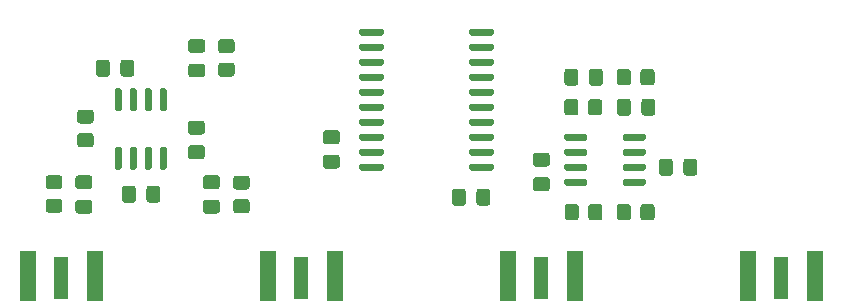
<source format=gbr>
%TF.GenerationSoftware,KiCad,Pcbnew,(5.1.9)-1*%
%TF.CreationDate,2021-05-02T14:53:51-04:00*%
%TF.ProjectId,openEPR_Lock-In,6f70656e-4550-4525-9f4c-6f636b2d496e,rev?*%
%TF.SameCoordinates,Original*%
%TF.FileFunction,Paste,Top*%
%TF.FilePolarity,Positive*%
%FSLAX46Y46*%
G04 Gerber Fmt 4.6, Leading zero omitted, Abs format (unit mm)*
G04 Created by KiCad (PCBNEW (5.1.9)-1) date 2021-05-02 14:53:51*
%MOMM*%
%LPD*%
G01*
G04 APERTURE LIST*
%ADD10R,1.350000X4.200000*%
%ADD11R,1.270000X3.600000*%
G04 APERTURE END LIST*
%TO.C,R7*%
G36*
G01*
X88992000Y-78289999D02*
X88992000Y-79190001D01*
G75*
G02*
X88742001Y-79440000I-249999J0D01*
G01*
X88041999Y-79440000D01*
G75*
G02*
X87792000Y-79190001I0J249999D01*
G01*
X87792000Y-78289999D01*
G75*
G02*
X88041999Y-78040000I249999J0D01*
G01*
X88742001Y-78040000D01*
G75*
G02*
X88992000Y-78289999I0J-249999D01*
G01*
G37*
G36*
G01*
X86992000Y-78289999D02*
X86992000Y-79190001D01*
G75*
G02*
X86742001Y-79440000I-249999J0D01*
G01*
X86041999Y-79440000D01*
G75*
G02*
X85792000Y-79190001I0J249999D01*
G01*
X85792000Y-78289999D01*
G75*
G02*
X86041999Y-78040000I249999J0D01*
G01*
X86742001Y-78040000D01*
G75*
G02*
X86992000Y-78289999I0J-249999D01*
G01*
G37*
%TD*%
%TO.C,C1*%
G36*
G01*
X44610000Y-75612500D02*
X45560000Y-75612500D01*
G75*
G02*
X45810000Y-75862500I0J-250000D01*
G01*
X45810000Y-76537500D01*
G75*
G02*
X45560000Y-76787500I-250000J0D01*
G01*
X44610000Y-76787500D01*
G75*
G02*
X44360000Y-76537500I0J250000D01*
G01*
X44360000Y-75862500D01*
G75*
G02*
X44610000Y-75612500I250000J0D01*
G01*
G37*
G36*
G01*
X44610000Y-77687500D02*
X45560000Y-77687500D01*
G75*
G02*
X45810000Y-77937500I0J-250000D01*
G01*
X45810000Y-78612500D01*
G75*
G02*
X45560000Y-78862500I-250000J0D01*
G01*
X44610000Y-78862500D01*
G75*
G02*
X44360000Y-78612500I0J250000D01*
G01*
X44360000Y-77937500D01*
G75*
G02*
X44610000Y-77687500I250000J0D01*
G01*
G37*
%TD*%
%TO.C,C2*%
G36*
G01*
X49482500Y-76741000D02*
X49482500Y-77691000D01*
G75*
G02*
X49232500Y-77941000I-250000J0D01*
G01*
X48557500Y-77941000D01*
G75*
G02*
X48307500Y-77691000I0J250000D01*
G01*
X48307500Y-76741000D01*
G75*
G02*
X48557500Y-76491000I250000J0D01*
G01*
X49232500Y-76491000D01*
G75*
G02*
X49482500Y-76741000I0J-250000D01*
G01*
G37*
G36*
G01*
X51557500Y-76741000D02*
X51557500Y-77691000D01*
G75*
G02*
X51307500Y-77941000I-250000J0D01*
G01*
X50632500Y-77941000D01*
G75*
G02*
X50382500Y-77691000I0J250000D01*
G01*
X50382500Y-76741000D01*
G75*
G02*
X50632500Y-76491000I250000J0D01*
G01*
X51307500Y-76491000D01*
G75*
G02*
X51557500Y-76741000I0J-250000D01*
G01*
G37*
%TD*%
%TO.C,C3*%
G36*
G01*
X56355000Y-76787500D02*
X55405000Y-76787500D01*
G75*
G02*
X55155000Y-76537500I0J250000D01*
G01*
X55155000Y-75862500D01*
G75*
G02*
X55405000Y-75612500I250000J0D01*
G01*
X56355000Y-75612500D01*
G75*
G02*
X56605000Y-75862500I0J-250000D01*
G01*
X56605000Y-76537500D01*
G75*
G02*
X56355000Y-76787500I-250000J0D01*
G01*
G37*
G36*
G01*
X56355000Y-78862500D02*
X55405000Y-78862500D01*
G75*
G02*
X55155000Y-78612500I0J250000D01*
G01*
X55155000Y-77937500D01*
G75*
G02*
X55405000Y-77687500I250000J0D01*
G01*
X56355000Y-77687500D01*
G75*
G02*
X56605000Y-77937500I0J-250000D01*
G01*
X56605000Y-78612500D01*
G75*
G02*
X56355000Y-78862500I-250000J0D01*
G01*
G37*
%TD*%
%TO.C,C4*%
G36*
G01*
X93467500Y-69375000D02*
X93467500Y-70325000D01*
G75*
G02*
X93217500Y-70575000I-250000J0D01*
G01*
X92542500Y-70575000D01*
G75*
G02*
X92292500Y-70325000I0J250000D01*
G01*
X92292500Y-69375000D01*
G75*
G02*
X92542500Y-69125000I250000J0D01*
G01*
X93217500Y-69125000D01*
G75*
G02*
X93467500Y-69375000I0J-250000D01*
G01*
G37*
G36*
G01*
X91392500Y-69375000D02*
X91392500Y-70325000D01*
G75*
G02*
X91142500Y-70575000I-250000J0D01*
G01*
X90467500Y-70575000D01*
G75*
G02*
X90217500Y-70325000I0J250000D01*
G01*
X90217500Y-69375000D01*
G75*
G02*
X90467500Y-69125000I250000J0D01*
G01*
X91142500Y-69125000D01*
G75*
G02*
X91392500Y-69375000I0J-250000D01*
G01*
G37*
%TD*%
%TO.C,C5*%
G36*
G01*
X54160400Y-64080900D02*
X55110400Y-64080900D01*
G75*
G02*
X55360400Y-64330900I0J-250000D01*
G01*
X55360400Y-65005900D01*
G75*
G02*
X55110400Y-65255900I-250000J0D01*
G01*
X54160400Y-65255900D01*
G75*
G02*
X53910400Y-65005900I0J250000D01*
G01*
X53910400Y-64330900D01*
G75*
G02*
X54160400Y-64080900I250000J0D01*
G01*
G37*
G36*
G01*
X54160400Y-66155900D02*
X55110400Y-66155900D01*
G75*
G02*
X55360400Y-66405900I0J-250000D01*
G01*
X55360400Y-67080900D01*
G75*
G02*
X55110400Y-67330900I-250000J0D01*
G01*
X54160400Y-67330900D01*
G75*
G02*
X53910400Y-67080900I0J250000D01*
G01*
X53910400Y-66405900D01*
G75*
G02*
X54160400Y-66155900I250000J0D01*
G01*
G37*
%TD*%
%TO.C,C6*%
G36*
G01*
X86947500Y-66835000D02*
X86947500Y-67785000D01*
G75*
G02*
X86697500Y-68035000I-250000J0D01*
G01*
X86022500Y-68035000D01*
G75*
G02*
X85772500Y-67785000I0J250000D01*
G01*
X85772500Y-66835000D01*
G75*
G02*
X86022500Y-66585000I250000J0D01*
G01*
X86697500Y-66585000D01*
G75*
G02*
X86947500Y-66835000I0J-250000D01*
G01*
G37*
G36*
G01*
X89022500Y-66835000D02*
X89022500Y-67785000D01*
G75*
G02*
X88772500Y-68035000I-250000J0D01*
G01*
X88097500Y-68035000D01*
G75*
G02*
X87847500Y-67785000I0J250000D01*
G01*
X87847500Y-66835000D01*
G75*
G02*
X88097500Y-66585000I250000J0D01*
G01*
X88772500Y-66585000D01*
G75*
G02*
X89022500Y-66835000I0J-250000D01*
G01*
G37*
%TD*%
%TO.C,C8*%
G36*
G01*
X49355500Y-66073000D02*
X49355500Y-67023000D01*
G75*
G02*
X49105500Y-67273000I-250000J0D01*
G01*
X48430500Y-67273000D01*
G75*
G02*
X48180500Y-67023000I0J250000D01*
G01*
X48180500Y-66073000D01*
G75*
G02*
X48430500Y-65823000I250000J0D01*
G01*
X49105500Y-65823000D01*
G75*
G02*
X49355500Y-66073000I0J-250000D01*
G01*
G37*
G36*
G01*
X47280500Y-66073000D02*
X47280500Y-67023000D01*
G75*
G02*
X47030500Y-67273000I-250000J0D01*
G01*
X46355500Y-67273000D01*
G75*
G02*
X46105500Y-67023000I0J250000D01*
G01*
X46105500Y-66073000D01*
G75*
G02*
X46355500Y-65823000I250000J0D01*
G01*
X47030500Y-65823000D01*
G75*
G02*
X47280500Y-66073000I0J-250000D01*
G01*
G37*
%TD*%
%TO.C,C10*%
G36*
G01*
X95848500Y-75405000D02*
X95848500Y-74455000D01*
G75*
G02*
X96098500Y-74205000I250000J0D01*
G01*
X96773500Y-74205000D01*
G75*
G02*
X97023500Y-74455000I0J-250000D01*
G01*
X97023500Y-75405000D01*
G75*
G02*
X96773500Y-75655000I-250000J0D01*
G01*
X96098500Y-75655000D01*
G75*
G02*
X95848500Y-75405000I0J250000D01*
G01*
G37*
G36*
G01*
X93773500Y-75405000D02*
X93773500Y-74455000D01*
G75*
G02*
X94023500Y-74205000I250000J0D01*
G01*
X94698500Y-74205000D01*
G75*
G02*
X94948500Y-74455000I0J-250000D01*
G01*
X94948500Y-75405000D01*
G75*
G02*
X94698500Y-75655000I-250000J0D01*
G01*
X94023500Y-75655000D01*
G75*
G02*
X93773500Y-75405000I0J250000D01*
G01*
G37*
%TD*%
%TO.C,C12*%
G36*
G01*
X79497500Y-76995000D02*
X79497500Y-77945000D01*
G75*
G02*
X79247500Y-78195000I-250000J0D01*
G01*
X78572500Y-78195000D01*
G75*
G02*
X78322500Y-77945000I0J250000D01*
G01*
X78322500Y-76995000D01*
G75*
G02*
X78572500Y-76745000I250000J0D01*
G01*
X79247500Y-76745000D01*
G75*
G02*
X79497500Y-76995000I0J-250000D01*
G01*
G37*
G36*
G01*
X77422500Y-76995000D02*
X77422500Y-77945000D01*
G75*
G02*
X77172500Y-78195000I-250000J0D01*
G01*
X76497500Y-78195000D01*
G75*
G02*
X76247500Y-77945000I0J250000D01*
G01*
X76247500Y-76995000D01*
G75*
G02*
X76497500Y-76745000I250000J0D01*
G01*
X77172500Y-76745000D01*
G75*
G02*
X77422500Y-76995000I0J-250000D01*
G01*
G37*
%TD*%
D10*
%TO.C,J1*%
X60675000Y-84128000D03*
X66325000Y-84128000D03*
D11*
X63500000Y-84328000D03*
%TD*%
%TO.C,J2*%
X43180000Y-84328000D03*
D10*
X46005000Y-84128000D03*
X40355000Y-84128000D03*
%TD*%
%TO.C,J3*%
X101315000Y-84128000D03*
X106965000Y-84128000D03*
D11*
X104140000Y-84328000D03*
%TD*%
%TO.C,R1*%
G36*
G01*
X42094999Y-75600000D02*
X42995001Y-75600000D01*
G75*
G02*
X43245000Y-75849999I0J-249999D01*
G01*
X43245000Y-76550001D01*
G75*
G02*
X42995001Y-76800000I-249999J0D01*
G01*
X42094999Y-76800000D01*
G75*
G02*
X41845000Y-76550001I0J249999D01*
G01*
X41845000Y-75849999D01*
G75*
G02*
X42094999Y-75600000I249999J0D01*
G01*
G37*
G36*
G01*
X42094999Y-77600000D02*
X42995001Y-77600000D01*
G75*
G02*
X43245000Y-77849999I0J-249999D01*
G01*
X43245000Y-78550001D01*
G75*
G02*
X42995001Y-78800000I-249999J0D01*
G01*
X42094999Y-78800000D01*
G75*
G02*
X41845000Y-78550001I0J249999D01*
G01*
X41845000Y-77849999D01*
G75*
G02*
X42094999Y-77600000I249999J0D01*
G01*
G37*
%TD*%
%TO.C,R2*%
G36*
G01*
X57969999Y-77632000D02*
X58870001Y-77632000D01*
G75*
G02*
X59120000Y-77881999I0J-249999D01*
G01*
X59120000Y-78582001D01*
G75*
G02*
X58870001Y-78832000I-249999J0D01*
G01*
X57969999Y-78832000D01*
G75*
G02*
X57720000Y-78582001I0J249999D01*
G01*
X57720000Y-77881999D01*
G75*
G02*
X57969999Y-77632000I249999J0D01*
G01*
G37*
G36*
G01*
X57969999Y-75632000D02*
X58870001Y-75632000D01*
G75*
G02*
X59120000Y-75881999I0J-249999D01*
G01*
X59120000Y-76582001D01*
G75*
G02*
X58870001Y-76832000I-249999J0D01*
G01*
X57969999Y-76832000D01*
G75*
G02*
X57720000Y-76582001I0J249999D01*
G01*
X57720000Y-75881999D01*
G75*
G02*
X57969999Y-75632000I249999J0D01*
G01*
G37*
%TD*%
%TO.C,R3*%
G36*
G01*
X44761999Y-72044000D02*
X45662001Y-72044000D01*
G75*
G02*
X45912000Y-72293999I0J-249999D01*
G01*
X45912000Y-72994001D01*
G75*
G02*
X45662001Y-73244000I-249999J0D01*
G01*
X44761999Y-73244000D01*
G75*
G02*
X44512000Y-72994001I0J249999D01*
G01*
X44512000Y-72293999D01*
G75*
G02*
X44761999Y-72044000I249999J0D01*
G01*
G37*
G36*
G01*
X44761999Y-70044000D02*
X45662001Y-70044000D01*
G75*
G02*
X45912000Y-70293999I0J-249999D01*
G01*
X45912000Y-70994001D01*
G75*
G02*
X45662001Y-71244000I-249999J0D01*
G01*
X44761999Y-71244000D01*
G75*
G02*
X44512000Y-70994001I0J249999D01*
G01*
X44512000Y-70293999D01*
G75*
G02*
X44761999Y-70044000I249999J0D01*
G01*
G37*
%TD*%
%TO.C,R4*%
G36*
G01*
X91405000Y-66859999D02*
X91405000Y-67760001D01*
G75*
G02*
X91155001Y-68010000I-249999J0D01*
G01*
X90454999Y-68010000D01*
G75*
G02*
X90205000Y-67760001I0J249999D01*
G01*
X90205000Y-66859999D01*
G75*
G02*
X90454999Y-66610000I249999J0D01*
G01*
X91155001Y-66610000D01*
G75*
G02*
X91405000Y-66859999I0J-249999D01*
G01*
G37*
G36*
G01*
X93405000Y-66859999D02*
X93405000Y-67760001D01*
G75*
G02*
X93155001Y-68010000I-249999J0D01*
G01*
X92454999Y-68010000D01*
G75*
G02*
X92205000Y-67760001I0J249999D01*
G01*
X92205000Y-66859999D01*
G75*
G02*
X92454999Y-66610000I249999J0D01*
G01*
X93155001Y-66610000D01*
G75*
G02*
X93405000Y-66859999I0J-249999D01*
G01*
G37*
%TD*%
%TO.C,R5*%
G36*
G01*
X88960000Y-69399999D02*
X88960000Y-70300001D01*
G75*
G02*
X88710001Y-70550000I-249999J0D01*
G01*
X88009999Y-70550000D01*
G75*
G02*
X87760000Y-70300001I0J249999D01*
G01*
X87760000Y-69399999D01*
G75*
G02*
X88009999Y-69150000I249999J0D01*
G01*
X88710001Y-69150000D01*
G75*
G02*
X88960000Y-69399999I0J-249999D01*
G01*
G37*
G36*
G01*
X86960000Y-69399999D02*
X86960000Y-70300001D01*
G75*
G02*
X86710001Y-70550000I-249999J0D01*
G01*
X86009999Y-70550000D01*
G75*
G02*
X85760000Y-70300001I0J249999D01*
G01*
X85760000Y-69399999D01*
G75*
G02*
X86009999Y-69150000I249999J0D01*
G01*
X86710001Y-69150000D01*
G75*
G02*
X86960000Y-69399999I0J-249999D01*
G01*
G37*
%TD*%
%TO.C,R6*%
G36*
G01*
X57600001Y-67275000D02*
X56699999Y-67275000D01*
G75*
G02*
X56450000Y-67025001I0J249999D01*
G01*
X56450000Y-66324999D01*
G75*
G02*
X56699999Y-66075000I249999J0D01*
G01*
X57600001Y-66075000D01*
G75*
G02*
X57850000Y-66324999I0J-249999D01*
G01*
X57850000Y-67025001D01*
G75*
G02*
X57600001Y-67275000I-249999J0D01*
G01*
G37*
G36*
G01*
X57600001Y-65275000D02*
X56699999Y-65275000D01*
G75*
G02*
X56450000Y-65025001I0J249999D01*
G01*
X56450000Y-64324999D01*
G75*
G02*
X56699999Y-64075000I249999J0D01*
G01*
X57600001Y-64075000D01*
G75*
G02*
X57850000Y-64324999I0J-249999D01*
G01*
X57850000Y-65025001D01*
G75*
G02*
X57600001Y-65275000I-249999J0D01*
G01*
G37*
%TD*%
%TO.C,U1*%
G36*
G01*
X90716000Y-72540000D02*
X90716000Y-72240000D01*
G75*
G02*
X90866000Y-72090000I150000J0D01*
G01*
X92516000Y-72090000D01*
G75*
G02*
X92666000Y-72240000I0J-150000D01*
G01*
X92666000Y-72540000D01*
G75*
G02*
X92516000Y-72690000I-150000J0D01*
G01*
X90866000Y-72690000D01*
G75*
G02*
X90716000Y-72540000I0J150000D01*
G01*
G37*
G36*
G01*
X90716000Y-73810000D02*
X90716000Y-73510000D01*
G75*
G02*
X90866000Y-73360000I150000J0D01*
G01*
X92516000Y-73360000D01*
G75*
G02*
X92666000Y-73510000I0J-150000D01*
G01*
X92666000Y-73810000D01*
G75*
G02*
X92516000Y-73960000I-150000J0D01*
G01*
X90866000Y-73960000D01*
G75*
G02*
X90716000Y-73810000I0J150000D01*
G01*
G37*
G36*
G01*
X90716000Y-75080000D02*
X90716000Y-74780000D01*
G75*
G02*
X90866000Y-74630000I150000J0D01*
G01*
X92516000Y-74630000D01*
G75*
G02*
X92666000Y-74780000I0J-150000D01*
G01*
X92666000Y-75080000D01*
G75*
G02*
X92516000Y-75230000I-150000J0D01*
G01*
X90866000Y-75230000D01*
G75*
G02*
X90716000Y-75080000I0J150000D01*
G01*
G37*
G36*
G01*
X90716000Y-76350000D02*
X90716000Y-76050000D01*
G75*
G02*
X90866000Y-75900000I150000J0D01*
G01*
X92516000Y-75900000D01*
G75*
G02*
X92666000Y-76050000I0J-150000D01*
G01*
X92666000Y-76350000D01*
G75*
G02*
X92516000Y-76500000I-150000J0D01*
G01*
X90866000Y-76500000D01*
G75*
G02*
X90716000Y-76350000I0J150000D01*
G01*
G37*
G36*
G01*
X85766000Y-76350000D02*
X85766000Y-76050000D01*
G75*
G02*
X85916000Y-75900000I150000J0D01*
G01*
X87566000Y-75900000D01*
G75*
G02*
X87716000Y-76050000I0J-150000D01*
G01*
X87716000Y-76350000D01*
G75*
G02*
X87566000Y-76500000I-150000J0D01*
G01*
X85916000Y-76500000D01*
G75*
G02*
X85766000Y-76350000I0J150000D01*
G01*
G37*
G36*
G01*
X85766000Y-75080000D02*
X85766000Y-74780000D01*
G75*
G02*
X85916000Y-74630000I150000J0D01*
G01*
X87566000Y-74630000D01*
G75*
G02*
X87716000Y-74780000I0J-150000D01*
G01*
X87716000Y-75080000D01*
G75*
G02*
X87566000Y-75230000I-150000J0D01*
G01*
X85916000Y-75230000D01*
G75*
G02*
X85766000Y-75080000I0J150000D01*
G01*
G37*
G36*
G01*
X85766000Y-73810000D02*
X85766000Y-73510000D01*
G75*
G02*
X85916000Y-73360000I150000J0D01*
G01*
X87566000Y-73360000D01*
G75*
G02*
X87716000Y-73510000I0J-150000D01*
G01*
X87716000Y-73810000D01*
G75*
G02*
X87566000Y-73960000I-150000J0D01*
G01*
X85916000Y-73960000D01*
G75*
G02*
X85766000Y-73810000I0J150000D01*
G01*
G37*
G36*
G01*
X85766000Y-72540000D02*
X85766000Y-72240000D01*
G75*
G02*
X85916000Y-72090000I150000J0D01*
G01*
X87566000Y-72090000D01*
G75*
G02*
X87716000Y-72240000I0J-150000D01*
G01*
X87716000Y-72540000D01*
G75*
G02*
X87566000Y-72690000I-150000J0D01*
G01*
X85916000Y-72690000D01*
G75*
G02*
X85766000Y-72540000I0J150000D01*
G01*
G37*
%TD*%
%TO.C,U2*%
G36*
G01*
X48156000Y-75143000D02*
X47856000Y-75143000D01*
G75*
G02*
X47706000Y-74993000I0J150000D01*
G01*
X47706000Y-73343000D01*
G75*
G02*
X47856000Y-73193000I150000J0D01*
G01*
X48156000Y-73193000D01*
G75*
G02*
X48306000Y-73343000I0J-150000D01*
G01*
X48306000Y-74993000D01*
G75*
G02*
X48156000Y-75143000I-150000J0D01*
G01*
G37*
G36*
G01*
X49426000Y-75143000D02*
X49126000Y-75143000D01*
G75*
G02*
X48976000Y-74993000I0J150000D01*
G01*
X48976000Y-73343000D01*
G75*
G02*
X49126000Y-73193000I150000J0D01*
G01*
X49426000Y-73193000D01*
G75*
G02*
X49576000Y-73343000I0J-150000D01*
G01*
X49576000Y-74993000D01*
G75*
G02*
X49426000Y-75143000I-150000J0D01*
G01*
G37*
G36*
G01*
X50696000Y-75143000D02*
X50396000Y-75143000D01*
G75*
G02*
X50246000Y-74993000I0J150000D01*
G01*
X50246000Y-73343000D01*
G75*
G02*
X50396000Y-73193000I150000J0D01*
G01*
X50696000Y-73193000D01*
G75*
G02*
X50846000Y-73343000I0J-150000D01*
G01*
X50846000Y-74993000D01*
G75*
G02*
X50696000Y-75143000I-150000J0D01*
G01*
G37*
G36*
G01*
X51966000Y-75143000D02*
X51666000Y-75143000D01*
G75*
G02*
X51516000Y-74993000I0J150000D01*
G01*
X51516000Y-73343000D01*
G75*
G02*
X51666000Y-73193000I150000J0D01*
G01*
X51966000Y-73193000D01*
G75*
G02*
X52116000Y-73343000I0J-150000D01*
G01*
X52116000Y-74993000D01*
G75*
G02*
X51966000Y-75143000I-150000J0D01*
G01*
G37*
G36*
G01*
X51966000Y-70193000D02*
X51666000Y-70193000D01*
G75*
G02*
X51516000Y-70043000I0J150000D01*
G01*
X51516000Y-68393000D01*
G75*
G02*
X51666000Y-68243000I150000J0D01*
G01*
X51966000Y-68243000D01*
G75*
G02*
X52116000Y-68393000I0J-150000D01*
G01*
X52116000Y-70043000D01*
G75*
G02*
X51966000Y-70193000I-150000J0D01*
G01*
G37*
G36*
G01*
X50696000Y-70193000D02*
X50396000Y-70193000D01*
G75*
G02*
X50246000Y-70043000I0J150000D01*
G01*
X50246000Y-68393000D01*
G75*
G02*
X50396000Y-68243000I150000J0D01*
G01*
X50696000Y-68243000D01*
G75*
G02*
X50846000Y-68393000I0J-150000D01*
G01*
X50846000Y-70043000D01*
G75*
G02*
X50696000Y-70193000I-150000J0D01*
G01*
G37*
G36*
G01*
X49426000Y-70193000D02*
X49126000Y-70193000D01*
G75*
G02*
X48976000Y-70043000I0J150000D01*
G01*
X48976000Y-68393000D01*
G75*
G02*
X49126000Y-68243000I150000J0D01*
G01*
X49426000Y-68243000D01*
G75*
G02*
X49576000Y-68393000I0J-150000D01*
G01*
X49576000Y-70043000D01*
G75*
G02*
X49426000Y-70193000I-150000J0D01*
G01*
G37*
G36*
G01*
X48156000Y-70193000D02*
X47856000Y-70193000D01*
G75*
G02*
X47706000Y-70043000I0J150000D01*
G01*
X47706000Y-68393000D01*
G75*
G02*
X47856000Y-68243000I150000J0D01*
G01*
X48156000Y-68243000D01*
G75*
G02*
X48306000Y-68393000I0J-150000D01*
G01*
X48306000Y-70043000D01*
G75*
G02*
X48156000Y-70193000I-150000J0D01*
G01*
G37*
%TD*%
%TO.C,U3*%
G36*
G01*
X68415000Y-63650000D02*
X68415000Y-63350000D01*
G75*
G02*
X68565000Y-63200000I150000J0D01*
G01*
X70315000Y-63200000D01*
G75*
G02*
X70465000Y-63350000I0J-150000D01*
G01*
X70465000Y-63650000D01*
G75*
G02*
X70315000Y-63800000I-150000J0D01*
G01*
X68565000Y-63800000D01*
G75*
G02*
X68415000Y-63650000I0J150000D01*
G01*
G37*
G36*
G01*
X68415000Y-64920000D02*
X68415000Y-64620000D01*
G75*
G02*
X68565000Y-64470000I150000J0D01*
G01*
X70315000Y-64470000D01*
G75*
G02*
X70465000Y-64620000I0J-150000D01*
G01*
X70465000Y-64920000D01*
G75*
G02*
X70315000Y-65070000I-150000J0D01*
G01*
X68565000Y-65070000D01*
G75*
G02*
X68415000Y-64920000I0J150000D01*
G01*
G37*
G36*
G01*
X68415000Y-66190000D02*
X68415000Y-65890000D01*
G75*
G02*
X68565000Y-65740000I150000J0D01*
G01*
X70315000Y-65740000D01*
G75*
G02*
X70465000Y-65890000I0J-150000D01*
G01*
X70465000Y-66190000D01*
G75*
G02*
X70315000Y-66340000I-150000J0D01*
G01*
X68565000Y-66340000D01*
G75*
G02*
X68415000Y-66190000I0J150000D01*
G01*
G37*
G36*
G01*
X68415000Y-67460000D02*
X68415000Y-67160000D01*
G75*
G02*
X68565000Y-67010000I150000J0D01*
G01*
X70315000Y-67010000D01*
G75*
G02*
X70465000Y-67160000I0J-150000D01*
G01*
X70465000Y-67460000D01*
G75*
G02*
X70315000Y-67610000I-150000J0D01*
G01*
X68565000Y-67610000D01*
G75*
G02*
X68415000Y-67460000I0J150000D01*
G01*
G37*
G36*
G01*
X68415000Y-68730000D02*
X68415000Y-68430000D01*
G75*
G02*
X68565000Y-68280000I150000J0D01*
G01*
X70315000Y-68280000D01*
G75*
G02*
X70465000Y-68430000I0J-150000D01*
G01*
X70465000Y-68730000D01*
G75*
G02*
X70315000Y-68880000I-150000J0D01*
G01*
X68565000Y-68880000D01*
G75*
G02*
X68415000Y-68730000I0J150000D01*
G01*
G37*
G36*
G01*
X68415000Y-70000000D02*
X68415000Y-69700000D01*
G75*
G02*
X68565000Y-69550000I150000J0D01*
G01*
X70315000Y-69550000D01*
G75*
G02*
X70465000Y-69700000I0J-150000D01*
G01*
X70465000Y-70000000D01*
G75*
G02*
X70315000Y-70150000I-150000J0D01*
G01*
X68565000Y-70150000D01*
G75*
G02*
X68415000Y-70000000I0J150000D01*
G01*
G37*
G36*
G01*
X68415000Y-71270000D02*
X68415000Y-70970000D01*
G75*
G02*
X68565000Y-70820000I150000J0D01*
G01*
X70315000Y-70820000D01*
G75*
G02*
X70465000Y-70970000I0J-150000D01*
G01*
X70465000Y-71270000D01*
G75*
G02*
X70315000Y-71420000I-150000J0D01*
G01*
X68565000Y-71420000D01*
G75*
G02*
X68415000Y-71270000I0J150000D01*
G01*
G37*
G36*
G01*
X68415000Y-72540000D02*
X68415000Y-72240000D01*
G75*
G02*
X68565000Y-72090000I150000J0D01*
G01*
X70315000Y-72090000D01*
G75*
G02*
X70465000Y-72240000I0J-150000D01*
G01*
X70465000Y-72540000D01*
G75*
G02*
X70315000Y-72690000I-150000J0D01*
G01*
X68565000Y-72690000D01*
G75*
G02*
X68415000Y-72540000I0J150000D01*
G01*
G37*
G36*
G01*
X68415000Y-73810000D02*
X68415000Y-73510000D01*
G75*
G02*
X68565000Y-73360000I150000J0D01*
G01*
X70315000Y-73360000D01*
G75*
G02*
X70465000Y-73510000I0J-150000D01*
G01*
X70465000Y-73810000D01*
G75*
G02*
X70315000Y-73960000I-150000J0D01*
G01*
X68565000Y-73960000D01*
G75*
G02*
X68415000Y-73810000I0J150000D01*
G01*
G37*
G36*
G01*
X68415000Y-75080000D02*
X68415000Y-74780000D01*
G75*
G02*
X68565000Y-74630000I150000J0D01*
G01*
X70315000Y-74630000D01*
G75*
G02*
X70465000Y-74780000I0J-150000D01*
G01*
X70465000Y-75080000D01*
G75*
G02*
X70315000Y-75230000I-150000J0D01*
G01*
X68565000Y-75230000D01*
G75*
G02*
X68415000Y-75080000I0J150000D01*
G01*
G37*
G36*
G01*
X77715000Y-75080000D02*
X77715000Y-74780000D01*
G75*
G02*
X77865000Y-74630000I150000J0D01*
G01*
X79615000Y-74630000D01*
G75*
G02*
X79765000Y-74780000I0J-150000D01*
G01*
X79765000Y-75080000D01*
G75*
G02*
X79615000Y-75230000I-150000J0D01*
G01*
X77865000Y-75230000D01*
G75*
G02*
X77715000Y-75080000I0J150000D01*
G01*
G37*
G36*
G01*
X77715000Y-73810000D02*
X77715000Y-73510000D01*
G75*
G02*
X77865000Y-73360000I150000J0D01*
G01*
X79615000Y-73360000D01*
G75*
G02*
X79765000Y-73510000I0J-150000D01*
G01*
X79765000Y-73810000D01*
G75*
G02*
X79615000Y-73960000I-150000J0D01*
G01*
X77865000Y-73960000D01*
G75*
G02*
X77715000Y-73810000I0J150000D01*
G01*
G37*
G36*
G01*
X77715000Y-72540000D02*
X77715000Y-72240000D01*
G75*
G02*
X77865000Y-72090000I150000J0D01*
G01*
X79615000Y-72090000D01*
G75*
G02*
X79765000Y-72240000I0J-150000D01*
G01*
X79765000Y-72540000D01*
G75*
G02*
X79615000Y-72690000I-150000J0D01*
G01*
X77865000Y-72690000D01*
G75*
G02*
X77715000Y-72540000I0J150000D01*
G01*
G37*
G36*
G01*
X77715000Y-71270000D02*
X77715000Y-70970000D01*
G75*
G02*
X77865000Y-70820000I150000J0D01*
G01*
X79615000Y-70820000D01*
G75*
G02*
X79765000Y-70970000I0J-150000D01*
G01*
X79765000Y-71270000D01*
G75*
G02*
X79615000Y-71420000I-150000J0D01*
G01*
X77865000Y-71420000D01*
G75*
G02*
X77715000Y-71270000I0J150000D01*
G01*
G37*
G36*
G01*
X77715000Y-70000000D02*
X77715000Y-69700000D01*
G75*
G02*
X77865000Y-69550000I150000J0D01*
G01*
X79615000Y-69550000D01*
G75*
G02*
X79765000Y-69700000I0J-150000D01*
G01*
X79765000Y-70000000D01*
G75*
G02*
X79615000Y-70150000I-150000J0D01*
G01*
X77865000Y-70150000D01*
G75*
G02*
X77715000Y-70000000I0J150000D01*
G01*
G37*
G36*
G01*
X77715000Y-68730000D02*
X77715000Y-68430000D01*
G75*
G02*
X77865000Y-68280000I150000J0D01*
G01*
X79615000Y-68280000D01*
G75*
G02*
X79765000Y-68430000I0J-150000D01*
G01*
X79765000Y-68730000D01*
G75*
G02*
X79615000Y-68880000I-150000J0D01*
G01*
X77865000Y-68880000D01*
G75*
G02*
X77715000Y-68730000I0J150000D01*
G01*
G37*
G36*
G01*
X77715000Y-67460000D02*
X77715000Y-67160000D01*
G75*
G02*
X77865000Y-67010000I150000J0D01*
G01*
X79615000Y-67010000D01*
G75*
G02*
X79765000Y-67160000I0J-150000D01*
G01*
X79765000Y-67460000D01*
G75*
G02*
X79615000Y-67610000I-150000J0D01*
G01*
X77865000Y-67610000D01*
G75*
G02*
X77715000Y-67460000I0J150000D01*
G01*
G37*
G36*
G01*
X77715000Y-66190000D02*
X77715000Y-65890000D01*
G75*
G02*
X77865000Y-65740000I150000J0D01*
G01*
X79615000Y-65740000D01*
G75*
G02*
X79765000Y-65890000I0J-150000D01*
G01*
X79765000Y-66190000D01*
G75*
G02*
X79615000Y-66340000I-150000J0D01*
G01*
X77865000Y-66340000D01*
G75*
G02*
X77715000Y-66190000I0J150000D01*
G01*
G37*
G36*
G01*
X77715000Y-64920000D02*
X77715000Y-64620000D01*
G75*
G02*
X77865000Y-64470000I150000J0D01*
G01*
X79615000Y-64470000D01*
G75*
G02*
X79765000Y-64620000I0J-150000D01*
G01*
X79765000Y-64920000D01*
G75*
G02*
X79615000Y-65070000I-150000J0D01*
G01*
X77865000Y-65070000D01*
G75*
G02*
X77715000Y-64920000I0J150000D01*
G01*
G37*
G36*
G01*
X77715000Y-63650000D02*
X77715000Y-63350000D01*
G75*
G02*
X77865000Y-63200000I150000J0D01*
G01*
X79615000Y-63200000D01*
G75*
G02*
X79765000Y-63350000I0J-150000D01*
G01*
X79765000Y-63650000D01*
G75*
G02*
X79615000Y-63800000I-150000J0D01*
G01*
X77865000Y-63800000D01*
G75*
G02*
X77715000Y-63650000I0J150000D01*
G01*
G37*
%TD*%
D10*
%TO.C,J5*%
X80995000Y-84128000D03*
X86645000Y-84128000D03*
D11*
X83820000Y-84328000D03*
%TD*%
%TO.C,C13*%
G36*
G01*
X55085000Y-72172500D02*
X54135000Y-72172500D01*
G75*
G02*
X53885000Y-71922500I0J250000D01*
G01*
X53885000Y-71247500D01*
G75*
G02*
X54135000Y-70997500I250000J0D01*
G01*
X55085000Y-70997500D01*
G75*
G02*
X55335000Y-71247500I0J-250000D01*
G01*
X55335000Y-71922500D01*
G75*
G02*
X55085000Y-72172500I-250000J0D01*
G01*
G37*
G36*
G01*
X55085000Y-74247500D02*
X54135000Y-74247500D01*
G75*
G02*
X53885000Y-73997500I0J250000D01*
G01*
X53885000Y-73322500D01*
G75*
G02*
X54135000Y-73072500I250000J0D01*
G01*
X55085000Y-73072500D01*
G75*
G02*
X55335000Y-73322500I0J-250000D01*
G01*
X55335000Y-73997500D01*
G75*
G02*
X55085000Y-74247500I-250000J0D01*
G01*
G37*
%TD*%
%TO.C,C14*%
G36*
G01*
X65565000Y-71802500D02*
X66515000Y-71802500D01*
G75*
G02*
X66765000Y-72052500I0J-250000D01*
G01*
X66765000Y-72727500D01*
G75*
G02*
X66515000Y-72977500I-250000J0D01*
G01*
X65565000Y-72977500D01*
G75*
G02*
X65315000Y-72727500I0J250000D01*
G01*
X65315000Y-72052500D01*
G75*
G02*
X65565000Y-71802500I250000J0D01*
G01*
G37*
G36*
G01*
X65565000Y-73877500D02*
X66515000Y-73877500D01*
G75*
G02*
X66765000Y-74127500I0J-250000D01*
G01*
X66765000Y-74802500D01*
G75*
G02*
X66515000Y-75052500I-250000J0D01*
G01*
X65565000Y-75052500D01*
G75*
G02*
X65315000Y-74802500I0J250000D01*
G01*
X65315000Y-74127500D01*
G75*
G02*
X65565000Y-73877500I250000J0D01*
G01*
G37*
%TD*%
%TO.C,C15*%
G36*
G01*
X83345000Y-73707500D02*
X84295000Y-73707500D01*
G75*
G02*
X84545000Y-73957500I0J-250000D01*
G01*
X84545000Y-74632500D01*
G75*
G02*
X84295000Y-74882500I-250000J0D01*
G01*
X83345000Y-74882500D01*
G75*
G02*
X83095000Y-74632500I0J250000D01*
G01*
X83095000Y-73957500D01*
G75*
G02*
X83345000Y-73707500I250000J0D01*
G01*
G37*
G36*
G01*
X83345000Y-75782500D02*
X84295000Y-75782500D01*
G75*
G02*
X84545000Y-76032500I0J-250000D01*
G01*
X84545000Y-76707500D01*
G75*
G02*
X84295000Y-76957500I-250000J0D01*
G01*
X83345000Y-76957500D01*
G75*
G02*
X83095000Y-76707500I0J250000D01*
G01*
X83095000Y-76032500D01*
G75*
G02*
X83345000Y-75782500I250000J0D01*
G01*
G37*
%TD*%
%TO.C,R8*%
G36*
G01*
X92205000Y-79190001D02*
X92205000Y-78289999D01*
G75*
G02*
X92454999Y-78040000I249999J0D01*
G01*
X93155001Y-78040000D01*
G75*
G02*
X93405000Y-78289999I0J-249999D01*
G01*
X93405000Y-79190001D01*
G75*
G02*
X93155001Y-79440000I-249999J0D01*
G01*
X92454999Y-79440000D01*
G75*
G02*
X92205000Y-79190001I0J249999D01*
G01*
G37*
G36*
G01*
X90205000Y-79190001D02*
X90205000Y-78289999D01*
G75*
G02*
X90454999Y-78040000I249999J0D01*
G01*
X91155001Y-78040000D01*
G75*
G02*
X91405000Y-78289999I0J-249999D01*
G01*
X91405000Y-79190001D01*
G75*
G02*
X91155001Y-79440000I-249999J0D01*
G01*
X90454999Y-79440000D01*
G75*
G02*
X90205000Y-79190001I0J249999D01*
G01*
G37*
%TD*%
M02*

</source>
